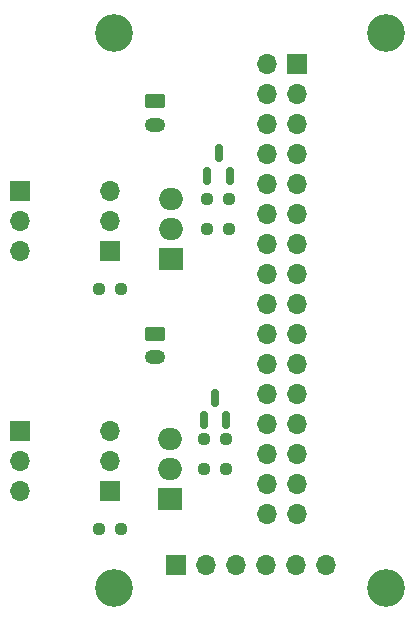
<source format=gbr>
%TF.GenerationSoftware,KiCad,Pcbnew,(6.0.9)*%
%TF.CreationDate,2023-03-29T12:03:27-08:00*%
%TF.ProjectId,ABSIS_ALE Relay Module,41425349-535f-4414-9c45-2052656c6179,2*%
%TF.SameCoordinates,Original*%
%TF.FileFunction,Soldermask,Top*%
%TF.FilePolarity,Negative*%
%FSLAX46Y46*%
G04 Gerber Fmt 4.6, Leading zero omitted, Abs format (unit mm)*
G04 Created by KiCad (PCBNEW (6.0.9)) date 2023-03-29 12:03:27*
%MOMM*%
%LPD*%
G01*
G04 APERTURE LIST*
G04 Aperture macros list*
%AMRoundRect*
0 Rectangle with rounded corners*
0 $1 Rounding radius*
0 $2 $3 $4 $5 $6 $7 $8 $9 X,Y pos of 4 corners*
0 Add a 4 corners polygon primitive as box body*
4,1,4,$2,$3,$4,$5,$6,$7,$8,$9,$2,$3,0*
0 Add four circle primitives for the rounded corners*
1,1,$1+$1,$2,$3*
1,1,$1+$1,$4,$5*
1,1,$1+$1,$6,$7*
1,1,$1+$1,$8,$9*
0 Add four rect primitives between the rounded corners*
20,1,$1+$1,$2,$3,$4,$5,0*
20,1,$1+$1,$4,$5,$6,$7,0*
20,1,$1+$1,$6,$7,$8,$9,0*
20,1,$1+$1,$8,$9,$2,$3,0*%
G04 Aperture macros list end*
%ADD10R,1.700000X1.700000*%
%ADD11O,1.700000X1.700000*%
%ADD12C,3.200000*%
%ADD13RoundRect,0.150000X0.150000X-0.587500X0.150000X0.587500X-0.150000X0.587500X-0.150000X-0.587500X0*%
%ADD14RoundRect,0.237500X-0.250000X-0.237500X0.250000X-0.237500X0.250000X0.237500X-0.250000X0.237500X0*%
%ADD15RoundRect,0.237500X0.250000X0.237500X-0.250000X0.237500X-0.250000X-0.237500X0.250000X-0.237500X0*%
%ADD16RoundRect,0.250000X-0.625000X0.350000X-0.625000X-0.350000X0.625000X-0.350000X0.625000X0.350000X0*%
%ADD17O,1.750000X1.200000*%
%ADD18R,2.000000X1.905000*%
%ADD19O,2.000000X1.905000*%
G04 APERTURE END LIST*
D10*
%TO.C,J2*%
X16200000Y4000000D03*
D11*
X18740000Y4000000D03*
X21280000Y4000000D03*
X23820000Y4000000D03*
X26360000Y4000000D03*
X28900000Y4000000D03*
%TD*%
D12*
%TO.C,H2*%
X34000000Y49000000D03*
%TD*%
%TO.C,H3*%
X11000000Y2000000D03*
%TD*%
%TO.C,H4*%
X34000000Y2000000D03*
%TD*%
%TO.C,H1*%
X11000000Y49000000D03*
%TD*%
D10*
%TO.C,J1*%
X26500000Y46400000D03*
D11*
X23960000Y46400000D03*
X26500000Y43860000D03*
X23960000Y43860000D03*
X26500000Y41320000D03*
X23960000Y41320000D03*
X26500000Y38780000D03*
X23960000Y38780000D03*
X26500000Y36240000D03*
X23960000Y36240000D03*
X26500000Y33700000D03*
X23960000Y33700000D03*
X26500000Y31160000D03*
X23960000Y31160000D03*
X26500000Y28620000D03*
X23960000Y28620000D03*
X26500000Y26080000D03*
X23960000Y26080000D03*
X26500000Y23540000D03*
X23960000Y23540000D03*
X26500000Y21000000D03*
X23960000Y21000000D03*
X26500000Y18460000D03*
X23960000Y18460000D03*
X26500000Y15920000D03*
X23960000Y15920000D03*
X26500000Y13380000D03*
X23960000Y13380000D03*
X26500000Y10840000D03*
X23960000Y10840000D03*
X26500000Y8300000D03*
X23960000Y8300000D03*
%TD*%
D13*
%TO.C,Q2*%
X18880000Y36937500D03*
X20780000Y36937500D03*
X19830000Y38812500D03*
%TD*%
%TO.C,Q3*%
X18565000Y16252500D03*
X20465000Y16252500D03*
X19515000Y18127500D03*
%TD*%
D14*
%TO.C,R1*%
X18880000Y32430000D03*
X20705000Y32430000D03*
%TD*%
%TO.C,R2*%
X18880000Y34970000D03*
X20705000Y34970000D03*
%TD*%
%TO.C,R3*%
X9712500Y27350000D03*
X11537500Y27350000D03*
%TD*%
D15*
%TO.C,R5*%
X20427500Y12110000D03*
X18602500Y12110000D03*
%TD*%
D14*
%TO.C,R4*%
X18602500Y14650000D03*
X20427500Y14650000D03*
%TD*%
%TO.C,R6*%
X9712500Y7030000D03*
X11537500Y7030000D03*
%TD*%
D16*
%TO.C,J3*%
X14435000Y43225000D03*
D17*
X14435000Y41225000D03*
%TD*%
D16*
%TO.C,J4*%
X14435000Y23540000D03*
D17*
X14435000Y21540000D03*
%TD*%
D18*
%TO.C,Q1*%
X15832000Y29890000D03*
D19*
X15832000Y32430000D03*
X15832000Y34970000D03*
%TD*%
D18*
%TO.C,Q4*%
X15705000Y9570000D03*
D19*
X15705000Y12110000D03*
X15705000Y14650000D03*
%TD*%
D10*
%TO.C,JP1*%
X10625000Y30525000D03*
D11*
X10625000Y33065000D03*
X10625000Y35605000D03*
%TD*%
D10*
%TO.C,JP2*%
X3005000Y35605000D03*
D11*
X3005000Y33065000D03*
X3005000Y30525000D03*
%TD*%
D10*
%TO.C,JP5*%
X3005000Y15285000D03*
D11*
X3005000Y12745000D03*
X3005000Y10205000D03*
%TD*%
D10*
%TO.C,JP4*%
X10625000Y10205000D03*
D11*
X10625000Y12745000D03*
X10625000Y15285000D03*
%TD*%
M02*

</source>
